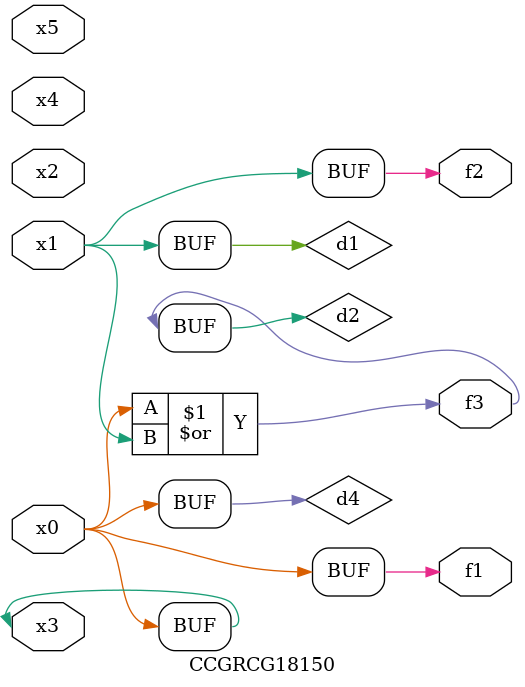
<source format=v>
module CCGRCG18150(
	input x0, x1, x2, x3, x4, x5,
	output f1, f2, f3
);

	wire d1, d2, d3, d4;

	and (d1, x1);
	or (d2, x0, x1);
	nand (d3, x0, x5);
	buf (d4, x0, x3);
	assign f1 = d4;
	assign f2 = d1;
	assign f3 = d2;
endmodule

</source>
